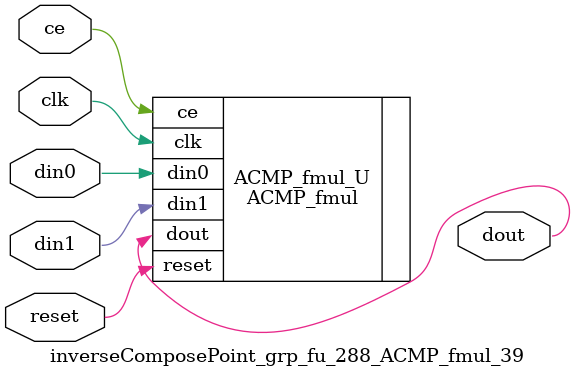
<source format=v>

`timescale 1 ns / 1 ps
module inverseComposePoint_grp_fu_288_ACMP_fmul_39(
    clk,
    reset,
    ce,
    din0,
    din1,
    dout);

parameter ID = 32'd1;
parameter NUM_STAGE = 32'd1;
parameter din0_WIDTH = 32'd1;
parameter din1_WIDTH = 32'd1;
parameter dout_WIDTH = 32'd1;
input clk;
input reset;
input ce;
input[din0_WIDTH - 1:0] din0;
input[din1_WIDTH - 1:0] din1;
output[dout_WIDTH - 1:0] dout;



ACMP_fmul #(
.ID( ID ),
.NUM_STAGE( 4 ),
.din0_WIDTH( din0_WIDTH ),
.din1_WIDTH( din1_WIDTH ),
.dout_WIDTH( dout_WIDTH ))
ACMP_fmul_U(
    .clk( clk ),
    .reset( reset ),
    .ce( ce ),
    .din0( din0 ),
    .din1( din1 ),
    .dout( dout ));

endmodule

</source>
